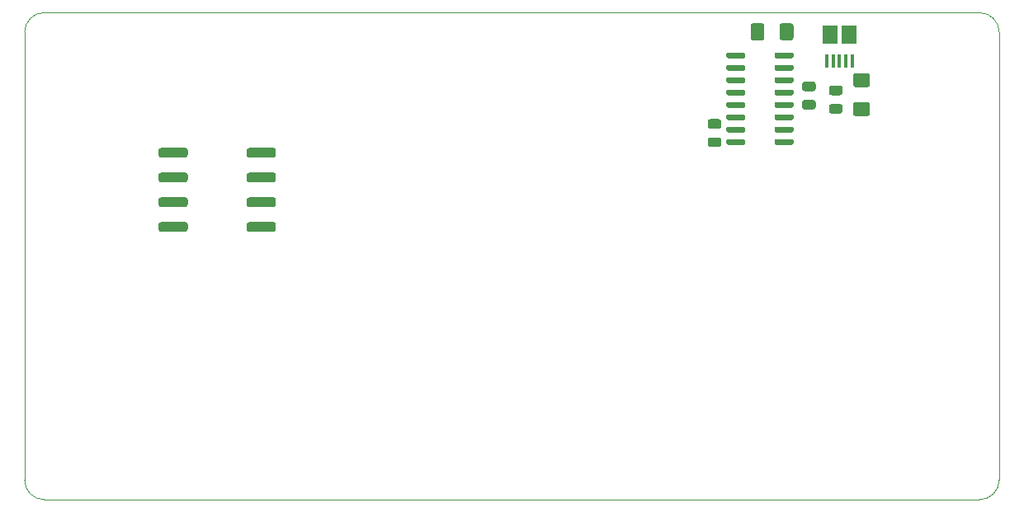
<source format=gtp>
%TF.GenerationSoftware,KiCad,Pcbnew,5.1.6-c6e7f7d~86~ubuntu18.04.1*%
%TF.CreationDate,2020-06-08T12:16:40+02:00*%
%TF.ProjectId,c6021light,63363032-316c-4696-9768-742e6b696361,rev?*%
%TF.SameCoordinates,Original*%
%TF.FileFunction,Paste,Top*%
%TF.FilePolarity,Positive*%
%FSLAX46Y46*%
G04 Gerber Fmt 4.6, Leading zero omitted, Abs format (unit mm)*
G04 Created by KiCad (PCBNEW 5.1.6-c6e7f7d~86~ubuntu18.04.1) date 2020-06-08 12:16:40*
%MOMM*%
%LPD*%
G01*
G04 APERTURE LIST*
%TA.AperFunction,Profile*%
%ADD10C,0.050000*%
%TD*%
%ADD11R,1.500000X1.900000*%
%ADD12R,0.400000X1.350000*%
G04 APERTURE END LIST*
D10*
X102000000Y-100000000D02*
G75*
G02*
X100000000Y-98000000I0J2000000D01*
G01*
X100000000Y-52000000D02*
G75*
G02*
X102000000Y-50000000I2000000J0D01*
G01*
X200000000Y-98000000D02*
G75*
G02*
X198000000Y-100000000I-2000000J0D01*
G01*
X198000000Y-50000000D02*
G75*
G02*
X200000000Y-52000000I0J-2000000D01*
G01*
X100000000Y-52000000D02*
X100000000Y-98000000D01*
X198000000Y-50000000D02*
X102000000Y-50000000D01*
X200000000Y-98000000D02*
X200000000Y-52000000D01*
X102000000Y-100000000D02*
X198000000Y-100000000D01*
%TO.C,U4*%
G36*
G01*
X116736000Y-71759000D02*
X116736000Y-72259000D01*
G75*
G02*
X116486000Y-72509000I-250000J0D01*
G01*
X113986000Y-72509000D01*
G75*
G02*
X113736000Y-72259000I0J250000D01*
G01*
X113736000Y-71759000D01*
G75*
G02*
X113986000Y-71509000I250000J0D01*
G01*
X116486000Y-71509000D01*
G75*
G02*
X116736000Y-71759000I0J-250000D01*
G01*
G37*
G36*
G01*
X116736000Y-69219000D02*
X116736000Y-69719000D01*
G75*
G02*
X116486000Y-69969000I-250000J0D01*
G01*
X113986000Y-69969000D01*
G75*
G02*
X113736000Y-69719000I0J250000D01*
G01*
X113736000Y-69219000D01*
G75*
G02*
X113986000Y-68969000I250000J0D01*
G01*
X116486000Y-68969000D01*
G75*
G02*
X116736000Y-69219000I0J-250000D01*
G01*
G37*
G36*
G01*
X116736000Y-66679000D02*
X116736000Y-67179000D01*
G75*
G02*
X116486000Y-67429000I-250000J0D01*
G01*
X113986000Y-67429000D01*
G75*
G02*
X113736000Y-67179000I0J250000D01*
G01*
X113736000Y-66679000D01*
G75*
G02*
X113986000Y-66429000I250000J0D01*
G01*
X116486000Y-66429000D01*
G75*
G02*
X116736000Y-66679000I0J-250000D01*
G01*
G37*
G36*
G01*
X116736000Y-64139000D02*
X116736000Y-64639000D01*
G75*
G02*
X116486000Y-64889000I-250000J0D01*
G01*
X113986000Y-64889000D01*
G75*
G02*
X113736000Y-64639000I0J250000D01*
G01*
X113736000Y-64139000D01*
G75*
G02*
X113986000Y-63889000I250000J0D01*
G01*
X116486000Y-63889000D01*
G75*
G02*
X116736000Y-64139000I0J-250000D01*
G01*
G37*
G36*
G01*
X125786000Y-64139000D02*
X125786000Y-64639000D01*
G75*
G02*
X125536000Y-64889000I-250000J0D01*
G01*
X123036000Y-64889000D01*
G75*
G02*
X122786000Y-64639000I0J250000D01*
G01*
X122786000Y-64139000D01*
G75*
G02*
X123036000Y-63889000I250000J0D01*
G01*
X125536000Y-63889000D01*
G75*
G02*
X125786000Y-64139000I0J-250000D01*
G01*
G37*
G36*
G01*
X125786000Y-66679000D02*
X125786000Y-67179000D01*
G75*
G02*
X125536000Y-67429000I-250000J0D01*
G01*
X123036000Y-67429000D01*
G75*
G02*
X122786000Y-67179000I0J250000D01*
G01*
X122786000Y-66679000D01*
G75*
G02*
X123036000Y-66429000I250000J0D01*
G01*
X125536000Y-66429000D01*
G75*
G02*
X125786000Y-66679000I0J-250000D01*
G01*
G37*
G36*
G01*
X125786000Y-69219000D02*
X125786000Y-69719000D01*
G75*
G02*
X125536000Y-69969000I-250000J0D01*
G01*
X123036000Y-69969000D01*
G75*
G02*
X122786000Y-69719000I0J250000D01*
G01*
X122786000Y-69219000D01*
G75*
G02*
X123036000Y-68969000I250000J0D01*
G01*
X125536000Y-68969000D01*
G75*
G02*
X125786000Y-69219000I0J-250000D01*
G01*
G37*
G36*
G01*
X125786000Y-71759000D02*
X125786000Y-72259000D01*
G75*
G02*
X125536000Y-72509000I-250000J0D01*
G01*
X123036000Y-72509000D01*
G75*
G02*
X122786000Y-72259000I0J250000D01*
G01*
X122786000Y-71759000D01*
G75*
G02*
X123036000Y-71509000I250000J0D01*
G01*
X125536000Y-71509000D01*
G75*
G02*
X125786000Y-71759000I0J-250000D01*
G01*
G37*
%TD*%
%TO.C,C51*%
G36*
G01*
X171245850Y-61907000D02*
X170333350Y-61907000D01*
G75*
G02*
X170089600Y-61663250I0J243750D01*
G01*
X170089600Y-61175750D01*
G75*
G02*
X170333350Y-60932000I243750J0D01*
G01*
X171245850Y-60932000D01*
G75*
G02*
X171489600Y-61175750I0J-243750D01*
G01*
X171489600Y-61663250D01*
G75*
G02*
X171245850Y-61907000I-243750J0D01*
G01*
G37*
G36*
G01*
X171245850Y-63782000D02*
X170333350Y-63782000D01*
G75*
G02*
X170089600Y-63538250I0J243750D01*
G01*
X170089600Y-63050750D01*
G75*
G02*
X170333350Y-62807000I243750J0D01*
G01*
X171245850Y-62807000D01*
G75*
G02*
X171489600Y-63050750I0J-243750D01*
G01*
X171489600Y-63538250D01*
G75*
G02*
X171245850Y-63782000I-243750J0D01*
G01*
G37*
%TD*%
%TO.C,C52*%
G36*
G01*
X180935950Y-58061200D02*
X180023450Y-58061200D01*
G75*
G02*
X179779700Y-57817450I0J243750D01*
G01*
X179779700Y-57329950D01*
G75*
G02*
X180023450Y-57086200I243750J0D01*
G01*
X180935950Y-57086200D01*
G75*
G02*
X181179700Y-57329950I0J-243750D01*
G01*
X181179700Y-57817450D01*
G75*
G02*
X180935950Y-58061200I-243750J0D01*
G01*
G37*
G36*
G01*
X180935950Y-59936200D02*
X180023450Y-59936200D01*
G75*
G02*
X179779700Y-59692450I0J243750D01*
G01*
X179779700Y-59204950D01*
G75*
G02*
X180023450Y-58961200I243750J0D01*
G01*
X180935950Y-58961200D01*
G75*
G02*
X181179700Y-59204950I0J-243750D01*
G01*
X181179700Y-59692450D01*
G75*
G02*
X180935950Y-59936200I-243750J0D01*
G01*
G37*
%TD*%
%TO.C,U50*%
G36*
G01*
X173937800Y-63121400D02*
X173937800Y-63421400D01*
G75*
G02*
X173787800Y-63571400I-150000J0D01*
G01*
X172137800Y-63571400D01*
G75*
G02*
X171987800Y-63421400I0J150000D01*
G01*
X171987800Y-63121400D01*
G75*
G02*
X172137800Y-62971400I150000J0D01*
G01*
X173787800Y-62971400D01*
G75*
G02*
X173937800Y-63121400I0J-150000D01*
G01*
G37*
G36*
G01*
X173937800Y-61851400D02*
X173937800Y-62151400D01*
G75*
G02*
X173787800Y-62301400I-150000J0D01*
G01*
X172137800Y-62301400D01*
G75*
G02*
X171987800Y-62151400I0J150000D01*
G01*
X171987800Y-61851400D01*
G75*
G02*
X172137800Y-61701400I150000J0D01*
G01*
X173787800Y-61701400D01*
G75*
G02*
X173937800Y-61851400I0J-150000D01*
G01*
G37*
G36*
G01*
X173937800Y-60581400D02*
X173937800Y-60881400D01*
G75*
G02*
X173787800Y-61031400I-150000J0D01*
G01*
X172137800Y-61031400D01*
G75*
G02*
X171987800Y-60881400I0J150000D01*
G01*
X171987800Y-60581400D01*
G75*
G02*
X172137800Y-60431400I150000J0D01*
G01*
X173787800Y-60431400D01*
G75*
G02*
X173937800Y-60581400I0J-150000D01*
G01*
G37*
G36*
G01*
X173937800Y-59311400D02*
X173937800Y-59611400D01*
G75*
G02*
X173787800Y-59761400I-150000J0D01*
G01*
X172137800Y-59761400D01*
G75*
G02*
X171987800Y-59611400I0J150000D01*
G01*
X171987800Y-59311400D01*
G75*
G02*
X172137800Y-59161400I150000J0D01*
G01*
X173787800Y-59161400D01*
G75*
G02*
X173937800Y-59311400I0J-150000D01*
G01*
G37*
G36*
G01*
X173937800Y-58041400D02*
X173937800Y-58341400D01*
G75*
G02*
X173787800Y-58491400I-150000J0D01*
G01*
X172137800Y-58491400D01*
G75*
G02*
X171987800Y-58341400I0J150000D01*
G01*
X171987800Y-58041400D01*
G75*
G02*
X172137800Y-57891400I150000J0D01*
G01*
X173787800Y-57891400D01*
G75*
G02*
X173937800Y-58041400I0J-150000D01*
G01*
G37*
G36*
G01*
X173937800Y-56771400D02*
X173937800Y-57071400D01*
G75*
G02*
X173787800Y-57221400I-150000J0D01*
G01*
X172137800Y-57221400D01*
G75*
G02*
X171987800Y-57071400I0J150000D01*
G01*
X171987800Y-56771400D01*
G75*
G02*
X172137800Y-56621400I150000J0D01*
G01*
X173787800Y-56621400D01*
G75*
G02*
X173937800Y-56771400I0J-150000D01*
G01*
G37*
G36*
G01*
X173937800Y-55501400D02*
X173937800Y-55801400D01*
G75*
G02*
X173787800Y-55951400I-150000J0D01*
G01*
X172137800Y-55951400D01*
G75*
G02*
X171987800Y-55801400I0J150000D01*
G01*
X171987800Y-55501400D01*
G75*
G02*
X172137800Y-55351400I150000J0D01*
G01*
X173787800Y-55351400D01*
G75*
G02*
X173937800Y-55501400I0J-150000D01*
G01*
G37*
G36*
G01*
X173937800Y-54231400D02*
X173937800Y-54531400D01*
G75*
G02*
X173787800Y-54681400I-150000J0D01*
G01*
X172137800Y-54681400D01*
G75*
G02*
X171987800Y-54531400I0J150000D01*
G01*
X171987800Y-54231400D01*
G75*
G02*
X172137800Y-54081400I150000J0D01*
G01*
X173787800Y-54081400D01*
G75*
G02*
X173937800Y-54231400I0J-150000D01*
G01*
G37*
G36*
G01*
X178887800Y-54231400D02*
X178887800Y-54531400D01*
G75*
G02*
X178737800Y-54681400I-150000J0D01*
G01*
X177087800Y-54681400D01*
G75*
G02*
X176937800Y-54531400I0J150000D01*
G01*
X176937800Y-54231400D01*
G75*
G02*
X177087800Y-54081400I150000J0D01*
G01*
X178737800Y-54081400D01*
G75*
G02*
X178887800Y-54231400I0J-150000D01*
G01*
G37*
G36*
G01*
X178887800Y-55501400D02*
X178887800Y-55801400D01*
G75*
G02*
X178737800Y-55951400I-150000J0D01*
G01*
X177087800Y-55951400D01*
G75*
G02*
X176937800Y-55801400I0J150000D01*
G01*
X176937800Y-55501400D01*
G75*
G02*
X177087800Y-55351400I150000J0D01*
G01*
X178737800Y-55351400D01*
G75*
G02*
X178887800Y-55501400I0J-150000D01*
G01*
G37*
G36*
G01*
X178887800Y-56771400D02*
X178887800Y-57071400D01*
G75*
G02*
X178737800Y-57221400I-150000J0D01*
G01*
X177087800Y-57221400D01*
G75*
G02*
X176937800Y-57071400I0J150000D01*
G01*
X176937800Y-56771400D01*
G75*
G02*
X177087800Y-56621400I150000J0D01*
G01*
X178737800Y-56621400D01*
G75*
G02*
X178887800Y-56771400I0J-150000D01*
G01*
G37*
G36*
G01*
X178887800Y-58041400D02*
X178887800Y-58341400D01*
G75*
G02*
X178737800Y-58491400I-150000J0D01*
G01*
X177087800Y-58491400D01*
G75*
G02*
X176937800Y-58341400I0J150000D01*
G01*
X176937800Y-58041400D01*
G75*
G02*
X177087800Y-57891400I150000J0D01*
G01*
X178737800Y-57891400D01*
G75*
G02*
X178887800Y-58041400I0J-150000D01*
G01*
G37*
G36*
G01*
X178887800Y-59311400D02*
X178887800Y-59611400D01*
G75*
G02*
X178737800Y-59761400I-150000J0D01*
G01*
X177087800Y-59761400D01*
G75*
G02*
X176937800Y-59611400I0J150000D01*
G01*
X176937800Y-59311400D01*
G75*
G02*
X177087800Y-59161400I150000J0D01*
G01*
X178737800Y-59161400D01*
G75*
G02*
X178887800Y-59311400I0J-150000D01*
G01*
G37*
G36*
G01*
X178887800Y-60581400D02*
X178887800Y-60881400D01*
G75*
G02*
X178737800Y-61031400I-150000J0D01*
G01*
X177087800Y-61031400D01*
G75*
G02*
X176937800Y-60881400I0J150000D01*
G01*
X176937800Y-60581400D01*
G75*
G02*
X177087800Y-60431400I150000J0D01*
G01*
X178737800Y-60431400D01*
G75*
G02*
X178887800Y-60581400I0J-150000D01*
G01*
G37*
G36*
G01*
X178887800Y-61851400D02*
X178887800Y-62151400D01*
G75*
G02*
X178737800Y-62301400I-150000J0D01*
G01*
X177087800Y-62301400D01*
G75*
G02*
X176937800Y-62151400I0J150000D01*
G01*
X176937800Y-61851400D01*
G75*
G02*
X177087800Y-61701400I150000J0D01*
G01*
X178737800Y-61701400D01*
G75*
G02*
X178887800Y-61851400I0J-150000D01*
G01*
G37*
G36*
G01*
X178887800Y-63121400D02*
X178887800Y-63421400D01*
G75*
G02*
X178737800Y-63571400I-150000J0D01*
G01*
X177087800Y-63571400D01*
G75*
G02*
X176937800Y-63421400I0J150000D01*
G01*
X176937800Y-63121400D01*
G75*
G02*
X177087800Y-62971400I150000J0D01*
G01*
X178737800Y-62971400D01*
G75*
G02*
X178887800Y-63121400I0J-150000D01*
G01*
G37*
%TD*%
%TO.C,R51*%
G36*
G01*
X186502200Y-57645000D02*
X185252200Y-57645000D01*
G75*
G02*
X185002200Y-57395000I0J250000D01*
G01*
X185002200Y-56470000D01*
G75*
G02*
X185252200Y-56220000I250000J0D01*
G01*
X186502200Y-56220000D01*
G75*
G02*
X186752200Y-56470000I0J-250000D01*
G01*
X186752200Y-57395000D01*
G75*
G02*
X186502200Y-57645000I-250000J0D01*
G01*
G37*
G36*
G01*
X186502200Y-60620000D02*
X185252200Y-60620000D01*
G75*
G02*
X185002200Y-60370000I0J250000D01*
G01*
X185002200Y-59445000D01*
G75*
G02*
X185252200Y-59195000I250000J0D01*
G01*
X186502200Y-59195000D01*
G75*
G02*
X186752200Y-59445000I0J-250000D01*
G01*
X186752200Y-60370000D01*
G75*
G02*
X186502200Y-60620000I-250000J0D01*
G01*
G37*
%TD*%
%TO.C,R50*%
G36*
G01*
X175905800Y-51343400D02*
X175905800Y-52593400D01*
G75*
G02*
X175655800Y-52843400I-250000J0D01*
G01*
X174730800Y-52843400D01*
G75*
G02*
X174480800Y-52593400I0J250000D01*
G01*
X174480800Y-51343400D01*
G75*
G02*
X174730800Y-51093400I250000J0D01*
G01*
X175655800Y-51093400D01*
G75*
G02*
X175905800Y-51343400I0J-250000D01*
G01*
G37*
G36*
G01*
X178880800Y-51343400D02*
X178880800Y-52593400D01*
G75*
G02*
X178630800Y-52843400I-250000J0D01*
G01*
X177705800Y-52843400D01*
G75*
G02*
X177455800Y-52593400I0J250000D01*
G01*
X177455800Y-51343400D01*
G75*
G02*
X177705800Y-51093400I250000J0D01*
G01*
X178630800Y-51093400D01*
G75*
G02*
X178880800Y-51343400I0J-250000D01*
G01*
G37*
%TD*%
D11*
%TO.C,J50*%
X184616600Y-52254900D03*
D12*
X183616600Y-54954900D03*
X182966600Y-54954900D03*
X182316600Y-54954900D03*
X184916600Y-54954900D03*
X184266600Y-54954900D03*
D11*
X182616600Y-52254900D03*
%TD*%
%TO.C,C50*%
G36*
G01*
X183691850Y-58478000D02*
X182779350Y-58478000D01*
G75*
G02*
X182535600Y-58234250I0J243750D01*
G01*
X182535600Y-57746750D01*
G75*
G02*
X182779350Y-57503000I243750J0D01*
G01*
X183691850Y-57503000D01*
G75*
G02*
X183935600Y-57746750I0J-243750D01*
G01*
X183935600Y-58234250D01*
G75*
G02*
X183691850Y-58478000I-243750J0D01*
G01*
G37*
G36*
G01*
X183691850Y-60353000D02*
X182779350Y-60353000D01*
G75*
G02*
X182535600Y-60109250I0J243750D01*
G01*
X182535600Y-59621750D01*
G75*
G02*
X182779350Y-59378000I243750J0D01*
G01*
X183691850Y-59378000D01*
G75*
G02*
X183935600Y-59621750I0J-243750D01*
G01*
X183935600Y-60109250D01*
G75*
G02*
X183691850Y-60353000I-243750J0D01*
G01*
G37*
%TD*%
M02*

</source>
